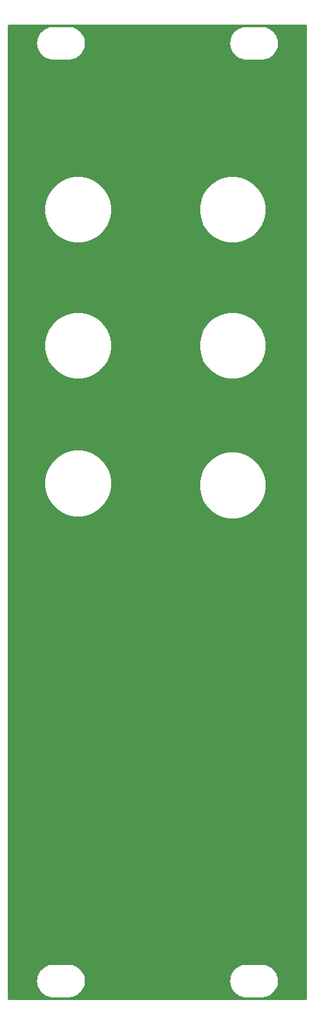
<source format=gbr>
G04 #@! TF.GenerationSoftware,KiCad,Pcbnew,(5.1.5-0)*
G04 #@! TF.CreationDate,2021-01-11T19:09:39-08:00*
G04 #@! TF.ProjectId,icbina,69636269-6e61-42e6-9b69-6361645f7063,rev?*
G04 #@! TF.SameCoordinates,Original*
G04 #@! TF.FileFunction,Copper,L1,Top*
G04 #@! TF.FilePolarity,Positive*
%FSLAX46Y46*%
G04 Gerber Fmt 4.6, Leading zero omitted, Abs format (unit mm)*
G04 Created by KiCad (PCBNEW (5.1.5-0)) date 2021-01-11 19:09:39*
%MOMM*%
%LPD*%
G04 APERTURE LIST*
%ADD10C,6.100000*%
%ADD11C,0.254000*%
G04 APERTURE END LIST*
D10*
X135000000Y-127750000D03*
X125000000Y-127750000D03*
X115000000Y-127750000D03*
X105000000Y-127750000D03*
X105000000Y-112250000D03*
X115000000Y-112250000D03*
X135000000Y-112250000D03*
X125000000Y-112250000D03*
D11*
G36*
X139640001Y-157840000D02*
G01*
X100660000Y-157840000D01*
X100660000Y-155451353D01*
X104242755Y-155451353D01*
X104243173Y-155511171D01*
X104242755Y-155570988D01*
X104243655Y-155580160D01*
X104276296Y-155890715D01*
X104288320Y-155949291D01*
X104299532Y-156008070D01*
X104302196Y-156016892D01*
X104394535Y-156315192D01*
X104417715Y-156370335D01*
X104440124Y-156425800D01*
X104444451Y-156433937D01*
X104592972Y-156708621D01*
X104626417Y-156758205D01*
X104659177Y-156808268D01*
X104665001Y-156815409D01*
X104864047Y-157056013D01*
X104906482Y-157098154D01*
X104948346Y-157140903D01*
X104955446Y-157146777D01*
X105197435Y-157344138D01*
X105247259Y-157377241D01*
X105296615Y-157411036D01*
X105304721Y-157415419D01*
X105580435Y-157562019D01*
X105635704Y-157584799D01*
X105690724Y-157608381D01*
X105699527Y-157611105D01*
X105998465Y-157701359D01*
X106057138Y-157712976D01*
X106115655Y-157725415D01*
X106124820Y-157726378D01*
X106435594Y-157756850D01*
X106435598Y-157756850D01*
X106467581Y-157760000D01*
X108532419Y-157760000D01*
X108565986Y-157756694D01*
X108586744Y-157756694D01*
X108595909Y-157755731D01*
X108906228Y-157720923D01*
X108964731Y-157708487D01*
X109023419Y-157696867D01*
X109032222Y-157694142D01*
X109329870Y-157599723D01*
X109384792Y-157576183D01*
X109440159Y-157553363D01*
X109448265Y-157548979D01*
X109721904Y-157398544D01*
X109771217Y-157364779D01*
X109821088Y-157331645D01*
X109828188Y-157325770D01*
X110067397Y-157125049D01*
X110109241Y-157082320D01*
X110151694Y-157040162D01*
X110157519Y-157033020D01*
X110353185Y-156789660D01*
X110385938Y-156739608D01*
X110419391Y-156690013D01*
X110423714Y-156681881D01*
X110423717Y-156681877D01*
X110423719Y-156681873D01*
X110568388Y-156405146D01*
X110590785Y-156349711D01*
X110613978Y-156294539D01*
X110616641Y-156285717D01*
X110704807Y-155986156D01*
X110716007Y-155927440D01*
X110728045Y-155868798D01*
X110728944Y-155859627D01*
X110757245Y-155548647D01*
X110756827Y-155488829D01*
X110757088Y-155451353D01*
X129542755Y-155451353D01*
X129543173Y-155511171D01*
X129542755Y-155570988D01*
X129543655Y-155580160D01*
X129576296Y-155890715D01*
X129588320Y-155949291D01*
X129599532Y-156008070D01*
X129602196Y-156016892D01*
X129694535Y-156315192D01*
X129717715Y-156370335D01*
X129740124Y-156425800D01*
X129744451Y-156433937D01*
X129892972Y-156708621D01*
X129926417Y-156758205D01*
X129959177Y-156808268D01*
X129965001Y-156815409D01*
X130164047Y-157056013D01*
X130206482Y-157098154D01*
X130248346Y-157140903D01*
X130255446Y-157146777D01*
X130497435Y-157344138D01*
X130547259Y-157377241D01*
X130596615Y-157411036D01*
X130604721Y-157415419D01*
X130880435Y-157562019D01*
X130935704Y-157584799D01*
X130990724Y-157608381D01*
X130999527Y-157611105D01*
X131298465Y-157701359D01*
X131357138Y-157712976D01*
X131415655Y-157725415D01*
X131424820Y-157726378D01*
X131735594Y-157756850D01*
X131735598Y-157756850D01*
X131767581Y-157760000D01*
X133832419Y-157760000D01*
X133865986Y-157756694D01*
X133886744Y-157756694D01*
X133895909Y-157755731D01*
X134206228Y-157720923D01*
X134264731Y-157708487D01*
X134323419Y-157696867D01*
X134332222Y-157694142D01*
X134629870Y-157599723D01*
X134684792Y-157576183D01*
X134740159Y-157553363D01*
X134748265Y-157548979D01*
X135021904Y-157398544D01*
X135071217Y-157364779D01*
X135121088Y-157331645D01*
X135128188Y-157325770D01*
X135367397Y-157125049D01*
X135409241Y-157082320D01*
X135451694Y-157040162D01*
X135457519Y-157033020D01*
X135653185Y-156789660D01*
X135685938Y-156739608D01*
X135719391Y-156690013D01*
X135723714Y-156681881D01*
X135723717Y-156681877D01*
X135723719Y-156681873D01*
X135868388Y-156405146D01*
X135890785Y-156349711D01*
X135913978Y-156294539D01*
X135916641Y-156285717D01*
X136004807Y-155986156D01*
X136016007Y-155927440D01*
X136028045Y-155868798D01*
X136028944Y-155859627D01*
X136057245Y-155548647D01*
X136056827Y-155488829D01*
X136057245Y-155429012D01*
X136056345Y-155419841D01*
X136023704Y-155109285D01*
X136011680Y-155050709D01*
X136000468Y-154991930D01*
X135997804Y-154983108D01*
X135905465Y-154684808D01*
X135882280Y-154629653D01*
X135859876Y-154574200D01*
X135855549Y-154566064D01*
X135855549Y-154566063D01*
X135855546Y-154566059D01*
X135707028Y-154291379D01*
X135673583Y-154241795D01*
X135640823Y-154191732D01*
X135634999Y-154184591D01*
X135435954Y-153943987D01*
X135393535Y-153901863D01*
X135351655Y-153859097D01*
X135344554Y-153853223D01*
X135102565Y-153655862D01*
X135052741Y-153622759D01*
X135003385Y-153588964D01*
X134995279Y-153584581D01*
X134719566Y-153437981D01*
X134664269Y-153415189D01*
X134609275Y-153391619D01*
X134600472Y-153388895D01*
X134301535Y-153298641D01*
X134242862Y-153287024D01*
X134184345Y-153274585D01*
X134175180Y-153273622D01*
X133864405Y-153243150D01*
X133864402Y-153243150D01*
X133832419Y-153240000D01*
X131767581Y-153240000D01*
X131734014Y-153243306D01*
X131713256Y-153243306D01*
X131704091Y-153244269D01*
X131393771Y-153279077D01*
X131335298Y-153291506D01*
X131276581Y-153303132D01*
X131267778Y-153305858D01*
X130970130Y-153400277D01*
X130915147Y-153423843D01*
X130859841Y-153446638D01*
X130851735Y-153451021D01*
X130578095Y-153601456D01*
X130528748Y-153635245D01*
X130478913Y-153668355D01*
X130471812Y-153674229D01*
X130232603Y-153874951D01*
X130190759Y-153917681D01*
X130148305Y-153959839D01*
X130142481Y-153966980D01*
X129946814Y-154210340D01*
X129914055Y-154260400D01*
X129880609Y-154309986D01*
X129876283Y-154318123D01*
X129731612Y-154594854D01*
X129709215Y-154650289D01*
X129686022Y-154705461D01*
X129683359Y-154714283D01*
X129595193Y-155013844D01*
X129583993Y-155072560D01*
X129571955Y-155131202D01*
X129571056Y-155140373D01*
X129542755Y-155451353D01*
X110757088Y-155451353D01*
X110757245Y-155429012D01*
X110756345Y-155419841D01*
X110723704Y-155109285D01*
X110711680Y-155050709D01*
X110700468Y-154991930D01*
X110697804Y-154983108D01*
X110605465Y-154684808D01*
X110582280Y-154629653D01*
X110559876Y-154574200D01*
X110555549Y-154566064D01*
X110555549Y-154566063D01*
X110555546Y-154566059D01*
X110407028Y-154291379D01*
X110373583Y-154241795D01*
X110340823Y-154191732D01*
X110334999Y-154184591D01*
X110135954Y-153943987D01*
X110093535Y-153901863D01*
X110051655Y-153859097D01*
X110044554Y-153853223D01*
X109802565Y-153655862D01*
X109752741Y-153622759D01*
X109703385Y-153588964D01*
X109695279Y-153584581D01*
X109419566Y-153437981D01*
X109364269Y-153415189D01*
X109309275Y-153391619D01*
X109300472Y-153388895D01*
X109001535Y-153298641D01*
X108942862Y-153287024D01*
X108884345Y-153274585D01*
X108875180Y-153273622D01*
X108564405Y-153243150D01*
X108564402Y-153243150D01*
X108532419Y-153240000D01*
X106467581Y-153240000D01*
X106434014Y-153243306D01*
X106413256Y-153243306D01*
X106404091Y-153244269D01*
X106093771Y-153279077D01*
X106035298Y-153291506D01*
X105976581Y-153303132D01*
X105967778Y-153305858D01*
X105670130Y-153400277D01*
X105615147Y-153423843D01*
X105559841Y-153446638D01*
X105551735Y-153451021D01*
X105278095Y-153601456D01*
X105228748Y-153635245D01*
X105178913Y-153668355D01*
X105171812Y-153674229D01*
X104932603Y-153874951D01*
X104890759Y-153917681D01*
X104848305Y-153959839D01*
X104842481Y-153966980D01*
X104646814Y-154210340D01*
X104614055Y-154260400D01*
X104580609Y-154309986D01*
X104576283Y-154318123D01*
X104431612Y-154594854D01*
X104409215Y-154650289D01*
X104386022Y-154705461D01*
X104383359Y-154714283D01*
X104295193Y-155013844D01*
X104283993Y-155072560D01*
X104271955Y-155131202D01*
X104271056Y-155140373D01*
X104242755Y-155451353D01*
X100660000Y-155451353D01*
X100660000Y-90065784D01*
X105341332Y-90065784D01*
X105341332Y-90934216D01*
X105510754Y-91785961D01*
X105843089Y-92588288D01*
X106325564Y-93310362D01*
X106939638Y-93924436D01*
X107661712Y-94406911D01*
X108464039Y-94739246D01*
X109315784Y-94908668D01*
X110184216Y-94908668D01*
X111035961Y-94739246D01*
X111838288Y-94406911D01*
X112560362Y-93924436D01*
X113174436Y-93310362D01*
X113656911Y-92588288D01*
X113989246Y-91785961D01*
X114158668Y-90934216D01*
X114158668Y-90315784D01*
X125591332Y-90315784D01*
X125591332Y-91184216D01*
X125760754Y-92035961D01*
X126093089Y-92838288D01*
X126575564Y-93560362D01*
X127189638Y-94174436D01*
X127911712Y-94656911D01*
X128714039Y-94989246D01*
X129565784Y-95158668D01*
X130434216Y-95158668D01*
X131285961Y-94989246D01*
X132088288Y-94656911D01*
X132810362Y-94174436D01*
X133424436Y-93560362D01*
X133906911Y-92838288D01*
X134239246Y-92035961D01*
X134408668Y-91184216D01*
X134408668Y-90315784D01*
X134239246Y-89464039D01*
X133906911Y-88661712D01*
X133424436Y-87939638D01*
X132810362Y-87325564D01*
X132088288Y-86843089D01*
X131285961Y-86510754D01*
X130434216Y-86341332D01*
X129565784Y-86341332D01*
X128714039Y-86510754D01*
X127911712Y-86843089D01*
X127189638Y-87325564D01*
X126575564Y-87939638D01*
X126093089Y-88661712D01*
X125760754Y-89464039D01*
X125591332Y-90315784D01*
X114158668Y-90315784D01*
X114158668Y-90065784D01*
X113989246Y-89214039D01*
X113656911Y-88411712D01*
X113174436Y-87689638D01*
X112560362Y-87075564D01*
X111838288Y-86593089D01*
X111035961Y-86260754D01*
X110184216Y-86091332D01*
X109315784Y-86091332D01*
X108464039Y-86260754D01*
X107661712Y-86593089D01*
X106939638Y-87075564D01*
X106325564Y-87689638D01*
X105843089Y-88411712D01*
X105510754Y-89214039D01*
X105341332Y-90065784D01*
X100660000Y-90065784D01*
X100660000Y-72065784D01*
X105341332Y-72065784D01*
X105341332Y-72934216D01*
X105510754Y-73785961D01*
X105843089Y-74588288D01*
X106325564Y-75310362D01*
X106939638Y-75924436D01*
X107661712Y-76406911D01*
X108464039Y-76739246D01*
X109315784Y-76908668D01*
X110184216Y-76908668D01*
X111035961Y-76739246D01*
X111838288Y-76406911D01*
X112560362Y-75924436D01*
X113174436Y-75310362D01*
X113656911Y-74588288D01*
X113989246Y-73785961D01*
X114158668Y-72934216D01*
X114158668Y-72065784D01*
X125591332Y-72065784D01*
X125591332Y-72934216D01*
X125760754Y-73785961D01*
X126093089Y-74588288D01*
X126575564Y-75310362D01*
X127189638Y-75924436D01*
X127911712Y-76406911D01*
X128714039Y-76739246D01*
X129565784Y-76908668D01*
X130434216Y-76908668D01*
X131285961Y-76739246D01*
X132088288Y-76406911D01*
X132810362Y-75924436D01*
X133424436Y-75310362D01*
X133906911Y-74588288D01*
X134239246Y-73785961D01*
X134408668Y-72934216D01*
X134408668Y-72065784D01*
X134239246Y-71214039D01*
X133906911Y-70411712D01*
X133424436Y-69689638D01*
X132810362Y-69075564D01*
X132088288Y-68593089D01*
X131285961Y-68260754D01*
X130434216Y-68091332D01*
X129565784Y-68091332D01*
X128714039Y-68260754D01*
X127911712Y-68593089D01*
X127189638Y-69075564D01*
X126575564Y-69689638D01*
X126093089Y-70411712D01*
X125760754Y-71214039D01*
X125591332Y-72065784D01*
X114158668Y-72065784D01*
X113989246Y-71214039D01*
X113656911Y-70411712D01*
X113174436Y-69689638D01*
X112560362Y-69075564D01*
X111838288Y-68593089D01*
X111035961Y-68260754D01*
X110184216Y-68091332D01*
X109315784Y-68091332D01*
X108464039Y-68260754D01*
X107661712Y-68593089D01*
X106939638Y-69075564D01*
X106325564Y-69689638D01*
X105843089Y-70411712D01*
X105510754Y-71214039D01*
X105341332Y-72065784D01*
X100660000Y-72065784D01*
X100660000Y-54315784D01*
X105341332Y-54315784D01*
X105341332Y-55184216D01*
X105510754Y-56035961D01*
X105843089Y-56838288D01*
X106325564Y-57560362D01*
X106939638Y-58174436D01*
X107661712Y-58656911D01*
X108464039Y-58989246D01*
X109315784Y-59158668D01*
X110184216Y-59158668D01*
X111035961Y-58989246D01*
X111838288Y-58656911D01*
X112560362Y-58174436D01*
X113174436Y-57560362D01*
X113656911Y-56838288D01*
X113989246Y-56035961D01*
X114158668Y-55184216D01*
X114158668Y-54315784D01*
X125591332Y-54315784D01*
X125591332Y-55184216D01*
X125760754Y-56035961D01*
X126093089Y-56838288D01*
X126575564Y-57560362D01*
X127189638Y-58174436D01*
X127911712Y-58656911D01*
X128714039Y-58989246D01*
X129565784Y-59158668D01*
X130434216Y-59158668D01*
X131285961Y-58989246D01*
X132088288Y-58656911D01*
X132810362Y-58174436D01*
X133424436Y-57560362D01*
X133906911Y-56838288D01*
X134239246Y-56035961D01*
X134408668Y-55184216D01*
X134408668Y-54315784D01*
X134239246Y-53464039D01*
X133906911Y-52661712D01*
X133424436Y-51939638D01*
X132810362Y-51325564D01*
X132088288Y-50843089D01*
X131285961Y-50510754D01*
X130434216Y-50341332D01*
X129565784Y-50341332D01*
X128714039Y-50510754D01*
X127911712Y-50843089D01*
X127189638Y-51325564D01*
X126575564Y-51939638D01*
X126093089Y-52661712D01*
X125760754Y-53464039D01*
X125591332Y-54315784D01*
X114158668Y-54315784D01*
X113989246Y-53464039D01*
X113656911Y-52661712D01*
X113174436Y-51939638D01*
X112560362Y-51325564D01*
X111838288Y-50843089D01*
X111035961Y-50510754D01*
X110184216Y-50341332D01*
X109315784Y-50341332D01*
X108464039Y-50510754D01*
X107661712Y-50843089D01*
X106939638Y-51325564D01*
X106325564Y-51939638D01*
X105843089Y-52661712D01*
X105510754Y-53464039D01*
X105341332Y-54315784D01*
X100660000Y-54315784D01*
X100660000Y-32951353D01*
X104242755Y-32951353D01*
X104243173Y-33011171D01*
X104242755Y-33070988D01*
X104243655Y-33080160D01*
X104276296Y-33390715D01*
X104288320Y-33449291D01*
X104299532Y-33508070D01*
X104302196Y-33516892D01*
X104394535Y-33815192D01*
X104417715Y-33870335D01*
X104440124Y-33925800D01*
X104444451Y-33933937D01*
X104592972Y-34208621D01*
X104626417Y-34258205D01*
X104659177Y-34308268D01*
X104665001Y-34315409D01*
X104864047Y-34556013D01*
X104906482Y-34598154D01*
X104948346Y-34640903D01*
X104955446Y-34646777D01*
X105197435Y-34844138D01*
X105247259Y-34877241D01*
X105296615Y-34911036D01*
X105304721Y-34915419D01*
X105580435Y-35062019D01*
X105635704Y-35084799D01*
X105690724Y-35108381D01*
X105699527Y-35111105D01*
X105998465Y-35201359D01*
X106057138Y-35212976D01*
X106115655Y-35225415D01*
X106124820Y-35226378D01*
X106435594Y-35256850D01*
X106435598Y-35256850D01*
X106467581Y-35260000D01*
X108532419Y-35260000D01*
X108565986Y-35256694D01*
X108586744Y-35256694D01*
X108595909Y-35255731D01*
X108906228Y-35220923D01*
X108964731Y-35208487D01*
X109023419Y-35196867D01*
X109032222Y-35194142D01*
X109329870Y-35099723D01*
X109384792Y-35076183D01*
X109440159Y-35053363D01*
X109448265Y-35048979D01*
X109721904Y-34898544D01*
X109771217Y-34864779D01*
X109821088Y-34831645D01*
X109828188Y-34825770D01*
X110067397Y-34625049D01*
X110109241Y-34582320D01*
X110151694Y-34540162D01*
X110157519Y-34533020D01*
X110353185Y-34289660D01*
X110385938Y-34239608D01*
X110419391Y-34190013D01*
X110423714Y-34181881D01*
X110423717Y-34181877D01*
X110423719Y-34181873D01*
X110568388Y-33905146D01*
X110590785Y-33849711D01*
X110613978Y-33794539D01*
X110616641Y-33785717D01*
X110704807Y-33486156D01*
X110716007Y-33427440D01*
X110728045Y-33368798D01*
X110728944Y-33359627D01*
X110757245Y-33048647D01*
X110756827Y-32988829D01*
X110757088Y-32951353D01*
X129542755Y-32951353D01*
X129543173Y-33011171D01*
X129542755Y-33070988D01*
X129543655Y-33080160D01*
X129576296Y-33390715D01*
X129588320Y-33449291D01*
X129599532Y-33508070D01*
X129602196Y-33516892D01*
X129694535Y-33815192D01*
X129717715Y-33870335D01*
X129740124Y-33925800D01*
X129744451Y-33933937D01*
X129892972Y-34208621D01*
X129926417Y-34258205D01*
X129959177Y-34308268D01*
X129965001Y-34315409D01*
X130164047Y-34556013D01*
X130206482Y-34598154D01*
X130248346Y-34640903D01*
X130255446Y-34646777D01*
X130497435Y-34844138D01*
X130547259Y-34877241D01*
X130596615Y-34911036D01*
X130604721Y-34915419D01*
X130880435Y-35062019D01*
X130935704Y-35084799D01*
X130990724Y-35108381D01*
X130999527Y-35111105D01*
X131298465Y-35201359D01*
X131357138Y-35212976D01*
X131415655Y-35225415D01*
X131424820Y-35226378D01*
X131735594Y-35256850D01*
X131735598Y-35256850D01*
X131767581Y-35260000D01*
X133832419Y-35260000D01*
X133865986Y-35256694D01*
X133886744Y-35256694D01*
X133895909Y-35255731D01*
X134206228Y-35220923D01*
X134264731Y-35208487D01*
X134323419Y-35196867D01*
X134332222Y-35194142D01*
X134629870Y-35099723D01*
X134684792Y-35076183D01*
X134740159Y-35053363D01*
X134748265Y-35048979D01*
X135021904Y-34898544D01*
X135071217Y-34864779D01*
X135121088Y-34831645D01*
X135128188Y-34825770D01*
X135367397Y-34625049D01*
X135409241Y-34582320D01*
X135451694Y-34540162D01*
X135457519Y-34533020D01*
X135653185Y-34289660D01*
X135685938Y-34239608D01*
X135719391Y-34190013D01*
X135723714Y-34181881D01*
X135723717Y-34181877D01*
X135723719Y-34181873D01*
X135868388Y-33905146D01*
X135890785Y-33849711D01*
X135913978Y-33794539D01*
X135916641Y-33785717D01*
X136004807Y-33486156D01*
X136016007Y-33427440D01*
X136028045Y-33368798D01*
X136028944Y-33359627D01*
X136057245Y-33048647D01*
X136056827Y-32988830D01*
X136057245Y-32929012D01*
X136056345Y-32919841D01*
X136023704Y-32609285D01*
X136011680Y-32550709D01*
X136000468Y-32491930D01*
X135997804Y-32483108D01*
X135905465Y-32184808D01*
X135882280Y-32129653D01*
X135859876Y-32074200D01*
X135855549Y-32066064D01*
X135855549Y-32066063D01*
X135855546Y-32066059D01*
X135707028Y-31791379D01*
X135673583Y-31741795D01*
X135640823Y-31691732D01*
X135634999Y-31684591D01*
X135435954Y-31443987D01*
X135393535Y-31401863D01*
X135351655Y-31359097D01*
X135344554Y-31353223D01*
X135102565Y-31155862D01*
X135052741Y-31122759D01*
X135003385Y-31088964D01*
X134995279Y-31084581D01*
X134719566Y-30937981D01*
X134664269Y-30915189D01*
X134609275Y-30891619D01*
X134600472Y-30888895D01*
X134301535Y-30798641D01*
X134242862Y-30787024D01*
X134184345Y-30774585D01*
X134175180Y-30773622D01*
X133864405Y-30743150D01*
X133864402Y-30743150D01*
X133832419Y-30740000D01*
X131767581Y-30740000D01*
X131734014Y-30743306D01*
X131713256Y-30743306D01*
X131704091Y-30744269D01*
X131393771Y-30779077D01*
X131335298Y-30791506D01*
X131276581Y-30803132D01*
X131267778Y-30805858D01*
X130970130Y-30900277D01*
X130915147Y-30923843D01*
X130859841Y-30946638D01*
X130851735Y-30951021D01*
X130578095Y-31101456D01*
X130528748Y-31135245D01*
X130478913Y-31168355D01*
X130471812Y-31174229D01*
X130232603Y-31374951D01*
X130190759Y-31417681D01*
X130148305Y-31459839D01*
X130142481Y-31466980D01*
X129946814Y-31710340D01*
X129914055Y-31760400D01*
X129880609Y-31809986D01*
X129876283Y-31818123D01*
X129731612Y-32094854D01*
X129709215Y-32150289D01*
X129686022Y-32205461D01*
X129683359Y-32214283D01*
X129595193Y-32513844D01*
X129583993Y-32572560D01*
X129571955Y-32631202D01*
X129571056Y-32640373D01*
X129542755Y-32951353D01*
X110757088Y-32951353D01*
X110757245Y-32929012D01*
X110756345Y-32919841D01*
X110723704Y-32609285D01*
X110711680Y-32550709D01*
X110700468Y-32491930D01*
X110697804Y-32483108D01*
X110605465Y-32184808D01*
X110582280Y-32129653D01*
X110559876Y-32074200D01*
X110555549Y-32066064D01*
X110555549Y-32066063D01*
X110555546Y-32066059D01*
X110407028Y-31791379D01*
X110373583Y-31741795D01*
X110340823Y-31691732D01*
X110334999Y-31684591D01*
X110135954Y-31443987D01*
X110093535Y-31401863D01*
X110051655Y-31359097D01*
X110044554Y-31353223D01*
X109802565Y-31155862D01*
X109752741Y-31122759D01*
X109703385Y-31088964D01*
X109695279Y-31084581D01*
X109419566Y-30937981D01*
X109364269Y-30915189D01*
X109309275Y-30891619D01*
X109300472Y-30888895D01*
X109001535Y-30798641D01*
X108942862Y-30787024D01*
X108884345Y-30774585D01*
X108875180Y-30773622D01*
X108564405Y-30743150D01*
X108564402Y-30743150D01*
X108532419Y-30740000D01*
X106467581Y-30740000D01*
X106434014Y-30743306D01*
X106413256Y-30743306D01*
X106404091Y-30744269D01*
X106093771Y-30779077D01*
X106035298Y-30791506D01*
X105976581Y-30803132D01*
X105967778Y-30805858D01*
X105670130Y-30900277D01*
X105615147Y-30923843D01*
X105559841Y-30946638D01*
X105551735Y-30951021D01*
X105278095Y-31101456D01*
X105228748Y-31135245D01*
X105178913Y-31168355D01*
X105171812Y-31174229D01*
X104932603Y-31374951D01*
X104890759Y-31417681D01*
X104848305Y-31459839D01*
X104842481Y-31466980D01*
X104646814Y-31710340D01*
X104614055Y-31760400D01*
X104580609Y-31809986D01*
X104576283Y-31818123D01*
X104431612Y-32094854D01*
X104409215Y-32150289D01*
X104386022Y-32205461D01*
X104383359Y-32214283D01*
X104295193Y-32513844D01*
X104283993Y-32572560D01*
X104271955Y-32631202D01*
X104271056Y-32640373D01*
X104242755Y-32951353D01*
X100660000Y-32951353D01*
X100660000Y-30660000D01*
X139640000Y-30660000D01*
X139640001Y-157840000D01*
G37*
X139640001Y-157840000D02*
X100660000Y-157840000D01*
X100660000Y-155451353D01*
X104242755Y-155451353D01*
X104243173Y-155511171D01*
X104242755Y-155570988D01*
X104243655Y-155580160D01*
X104276296Y-155890715D01*
X104288320Y-155949291D01*
X104299532Y-156008070D01*
X104302196Y-156016892D01*
X104394535Y-156315192D01*
X104417715Y-156370335D01*
X104440124Y-156425800D01*
X104444451Y-156433937D01*
X104592972Y-156708621D01*
X104626417Y-156758205D01*
X104659177Y-156808268D01*
X104665001Y-156815409D01*
X104864047Y-157056013D01*
X104906482Y-157098154D01*
X104948346Y-157140903D01*
X104955446Y-157146777D01*
X105197435Y-157344138D01*
X105247259Y-157377241D01*
X105296615Y-157411036D01*
X105304721Y-157415419D01*
X105580435Y-157562019D01*
X105635704Y-157584799D01*
X105690724Y-157608381D01*
X105699527Y-157611105D01*
X105998465Y-157701359D01*
X106057138Y-157712976D01*
X106115655Y-157725415D01*
X106124820Y-157726378D01*
X106435594Y-157756850D01*
X106435598Y-157756850D01*
X106467581Y-157760000D01*
X108532419Y-157760000D01*
X108565986Y-157756694D01*
X108586744Y-157756694D01*
X108595909Y-157755731D01*
X108906228Y-157720923D01*
X108964731Y-157708487D01*
X109023419Y-157696867D01*
X109032222Y-157694142D01*
X109329870Y-157599723D01*
X109384792Y-157576183D01*
X109440159Y-157553363D01*
X109448265Y-157548979D01*
X109721904Y-157398544D01*
X109771217Y-157364779D01*
X109821088Y-157331645D01*
X109828188Y-157325770D01*
X110067397Y-157125049D01*
X110109241Y-157082320D01*
X110151694Y-157040162D01*
X110157519Y-157033020D01*
X110353185Y-156789660D01*
X110385938Y-156739608D01*
X110419391Y-156690013D01*
X110423714Y-156681881D01*
X110423717Y-156681877D01*
X110423719Y-156681873D01*
X110568388Y-156405146D01*
X110590785Y-156349711D01*
X110613978Y-156294539D01*
X110616641Y-156285717D01*
X110704807Y-155986156D01*
X110716007Y-155927440D01*
X110728045Y-155868798D01*
X110728944Y-155859627D01*
X110757245Y-155548647D01*
X110756827Y-155488829D01*
X110757088Y-155451353D01*
X129542755Y-155451353D01*
X129543173Y-155511171D01*
X129542755Y-155570988D01*
X129543655Y-155580160D01*
X129576296Y-155890715D01*
X129588320Y-155949291D01*
X129599532Y-156008070D01*
X129602196Y-156016892D01*
X129694535Y-156315192D01*
X129717715Y-156370335D01*
X129740124Y-156425800D01*
X129744451Y-156433937D01*
X129892972Y-156708621D01*
X129926417Y-156758205D01*
X129959177Y-156808268D01*
X129965001Y-156815409D01*
X130164047Y-157056013D01*
X130206482Y-157098154D01*
X130248346Y-157140903D01*
X130255446Y-157146777D01*
X130497435Y-157344138D01*
X130547259Y-157377241D01*
X130596615Y-157411036D01*
X130604721Y-157415419D01*
X130880435Y-157562019D01*
X130935704Y-157584799D01*
X130990724Y-157608381D01*
X130999527Y-157611105D01*
X131298465Y-157701359D01*
X131357138Y-157712976D01*
X131415655Y-157725415D01*
X131424820Y-157726378D01*
X131735594Y-157756850D01*
X131735598Y-157756850D01*
X131767581Y-157760000D01*
X133832419Y-157760000D01*
X133865986Y-157756694D01*
X133886744Y-157756694D01*
X133895909Y-157755731D01*
X134206228Y-157720923D01*
X134264731Y-157708487D01*
X134323419Y-157696867D01*
X134332222Y-157694142D01*
X134629870Y-157599723D01*
X134684792Y-157576183D01*
X134740159Y-157553363D01*
X134748265Y-157548979D01*
X135021904Y-157398544D01*
X135071217Y-157364779D01*
X135121088Y-157331645D01*
X135128188Y-157325770D01*
X135367397Y-157125049D01*
X135409241Y-157082320D01*
X135451694Y-157040162D01*
X135457519Y-157033020D01*
X135653185Y-156789660D01*
X135685938Y-156739608D01*
X135719391Y-156690013D01*
X135723714Y-156681881D01*
X135723717Y-156681877D01*
X135723719Y-156681873D01*
X135868388Y-156405146D01*
X135890785Y-156349711D01*
X135913978Y-156294539D01*
X135916641Y-156285717D01*
X136004807Y-155986156D01*
X136016007Y-155927440D01*
X136028045Y-155868798D01*
X136028944Y-155859627D01*
X136057245Y-155548647D01*
X136056827Y-155488829D01*
X136057245Y-155429012D01*
X136056345Y-155419841D01*
X136023704Y-155109285D01*
X136011680Y-155050709D01*
X136000468Y-154991930D01*
X135997804Y-154983108D01*
X135905465Y-154684808D01*
X135882280Y-154629653D01*
X135859876Y-154574200D01*
X135855549Y-154566064D01*
X135855549Y-154566063D01*
X135855546Y-154566059D01*
X135707028Y-154291379D01*
X135673583Y-154241795D01*
X135640823Y-154191732D01*
X135634999Y-154184591D01*
X135435954Y-153943987D01*
X135393535Y-153901863D01*
X135351655Y-153859097D01*
X135344554Y-153853223D01*
X135102565Y-153655862D01*
X135052741Y-153622759D01*
X135003385Y-153588964D01*
X134995279Y-153584581D01*
X134719566Y-153437981D01*
X134664269Y-153415189D01*
X134609275Y-153391619D01*
X134600472Y-153388895D01*
X134301535Y-153298641D01*
X134242862Y-153287024D01*
X134184345Y-153274585D01*
X134175180Y-153273622D01*
X133864405Y-153243150D01*
X133864402Y-153243150D01*
X133832419Y-153240000D01*
X131767581Y-153240000D01*
X131734014Y-153243306D01*
X131713256Y-153243306D01*
X131704091Y-153244269D01*
X131393771Y-153279077D01*
X131335298Y-153291506D01*
X131276581Y-153303132D01*
X131267778Y-153305858D01*
X130970130Y-153400277D01*
X130915147Y-153423843D01*
X130859841Y-153446638D01*
X130851735Y-153451021D01*
X130578095Y-153601456D01*
X130528748Y-153635245D01*
X130478913Y-153668355D01*
X130471812Y-153674229D01*
X130232603Y-153874951D01*
X130190759Y-153917681D01*
X130148305Y-153959839D01*
X130142481Y-153966980D01*
X129946814Y-154210340D01*
X129914055Y-154260400D01*
X129880609Y-154309986D01*
X129876283Y-154318123D01*
X129731612Y-154594854D01*
X129709215Y-154650289D01*
X129686022Y-154705461D01*
X129683359Y-154714283D01*
X129595193Y-155013844D01*
X129583993Y-155072560D01*
X129571955Y-155131202D01*
X129571056Y-155140373D01*
X129542755Y-155451353D01*
X110757088Y-155451353D01*
X110757245Y-155429012D01*
X110756345Y-155419841D01*
X110723704Y-155109285D01*
X110711680Y-155050709D01*
X110700468Y-154991930D01*
X110697804Y-154983108D01*
X110605465Y-154684808D01*
X110582280Y-154629653D01*
X110559876Y-154574200D01*
X110555549Y-154566064D01*
X110555549Y-154566063D01*
X110555546Y-154566059D01*
X110407028Y-154291379D01*
X110373583Y-154241795D01*
X110340823Y-154191732D01*
X110334999Y-154184591D01*
X110135954Y-153943987D01*
X110093535Y-153901863D01*
X110051655Y-153859097D01*
X110044554Y-153853223D01*
X109802565Y-153655862D01*
X109752741Y-153622759D01*
X109703385Y-153588964D01*
X109695279Y-153584581D01*
X109419566Y-153437981D01*
X109364269Y-153415189D01*
X109309275Y-153391619D01*
X109300472Y-153388895D01*
X109001535Y-153298641D01*
X108942862Y-153287024D01*
X108884345Y-153274585D01*
X108875180Y-153273622D01*
X108564405Y-153243150D01*
X108564402Y-153243150D01*
X108532419Y-153240000D01*
X106467581Y-153240000D01*
X106434014Y-153243306D01*
X106413256Y-153243306D01*
X106404091Y-153244269D01*
X106093771Y-153279077D01*
X106035298Y-153291506D01*
X105976581Y-153303132D01*
X105967778Y-153305858D01*
X105670130Y-153400277D01*
X105615147Y-153423843D01*
X105559841Y-153446638D01*
X105551735Y-153451021D01*
X105278095Y-153601456D01*
X105228748Y-153635245D01*
X105178913Y-153668355D01*
X105171812Y-153674229D01*
X104932603Y-153874951D01*
X104890759Y-153917681D01*
X104848305Y-153959839D01*
X104842481Y-153966980D01*
X104646814Y-154210340D01*
X104614055Y-154260400D01*
X104580609Y-154309986D01*
X104576283Y-154318123D01*
X104431612Y-154594854D01*
X104409215Y-154650289D01*
X104386022Y-154705461D01*
X104383359Y-154714283D01*
X104295193Y-155013844D01*
X104283993Y-155072560D01*
X104271955Y-155131202D01*
X104271056Y-155140373D01*
X104242755Y-155451353D01*
X100660000Y-155451353D01*
X100660000Y-90065784D01*
X105341332Y-90065784D01*
X105341332Y-90934216D01*
X105510754Y-91785961D01*
X105843089Y-92588288D01*
X106325564Y-93310362D01*
X106939638Y-93924436D01*
X107661712Y-94406911D01*
X108464039Y-94739246D01*
X109315784Y-94908668D01*
X110184216Y-94908668D01*
X111035961Y-94739246D01*
X111838288Y-94406911D01*
X112560362Y-93924436D01*
X113174436Y-93310362D01*
X113656911Y-92588288D01*
X113989246Y-91785961D01*
X114158668Y-90934216D01*
X114158668Y-90315784D01*
X125591332Y-90315784D01*
X125591332Y-91184216D01*
X125760754Y-92035961D01*
X126093089Y-92838288D01*
X126575564Y-93560362D01*
X127189638Y-94174436D01*
X127911712Y-94656911D01*
X128714039Y-94989246D01*
X129565784Y-95158668D01*
X130434216Y-95158668D01*
X131285961Y-94989246D01*
X132088288Y-94656911D01*
X132810362Y-94174436D01*
X133424436Y-93560362D01*
X133906911Y-92838288D01*
X134239246Y-92035961D01*
X134408668Y-91184216D01*
X134408668Y-90315784D01*
X134239246Y-89464039D01*
X133906911Y-88661712D01*
X133424436Y-87939638D01*
X132810362Y-87325564D01*
X132088288Y-86843089D01*
X131285961Y-86510754D01*
X130434216Y-86341332D01*
X129565784Y-86341332D01*
X128714039Y-86510754D01*
X127911712Y-86843089D01*
X127189638Y-87325564D01*
X126575564Y-87939638D01*
X126093089Y-88661712D01*
X125760754Y-89464039D01*
X125591332Y-90315784D01*
X114158668Y-90315784D01*
X114158668Y-90065784D01*
X113989246Y-89214039D01*
X113656911Y-88411712D01*
X113174436Y-87689638D01*
X112560362Y-87075564D01*
X111838288Y-86593089D01*
X111035961Y-86260754D01*
X110184216Y-86091332D01*
X109315784Y-86091332D01*
X108464039Y-86260754D01*
X107661712Y-86593089D01*
X106939638Y-87075564D01*
X106325564Y-87689638D01*
X105843089Y-88411712D01*
X105510754Y-89214039D01*
X105341332Y-90065784D01*
X100660000Y-90065784D01*
X100660000Y-72065784D01*
X105341332Y-72065784D01*
X105341332Y-72934216D01*
X105510754Y-73785961D01*
X105843089Y-74588288D01*
X106325564Y-75310362D01*
X106939638Y-75924436D01*
X107661712Y-76406911D01*
X108464039Y-76739246D01*
X109315784Y-76908668D01*
X110184216Y-76908668D01*
X111035961Y-76739246D01*
X111838288Y-76406911D01*
X112560362Y-75924436D01*
X113174436Y-75310362D01*
X113656911Y-74588288D01*
X113989246Y-73785961D01*
X114158668Y-72934216D01*
X114158668Y-72065784D01*
X125591332Y-72065784D01*
X125591332Y-72934216D01*
X125760754Y-73785961D01*
X126093089Y-74588288D01*
X126575564Y-75310362D01*
X127189638Y-75924436D01*
X127911712Y-76406911D01*
X128714039Y-76739246D01*
X129565784Y-76908668D01*
X130434216Y-76908668D01*
X131285961Y-76739246D01*
X132088288Y-76406911D01*
X132810362Y-75924436D01*
X133424436Y-75310362D01*
X133906911Y-74588288D01*
X134239246Y-73785961D01*
X134408668Y-72934216D01*
X134408668Y-72065784D01*
X134239246Y-71214039D01*
X133906911Y-70411712D01*
X133424436Y-69689638D01*
X132810362Y-69075564D01*
X132088288Y-68593089D01*
X131285961Y-68260754D01*
X130434216Y-68091332D01*
X129565784Y-68091332D01*
X128714039Y-68260754D01*
X127911712Y-68593089D01*
X127189638Y-69075564D01*
X126575564Y-69689638D01*
X126093089Y-70411712D01*
X125760754Y-71214039D01*
X125591332Y-72065784D01*
X114158668Y-72065784D01*
X113989246Y-71214039D01*
X113656911Y-70411712D01*
X113174436Y-69689638D01*
X112560362Y-69075564D01*
X111838288Y-68593089D01*
X111035961Y-68260754D01*
X110184216Y-68091332D01*
X109315784Y-68091332D01*
X108464039Y-68260754D01*
X107661712Y-68593089D01*
X106939638Y-69075564D01*
X106325564Y-69689638D01*
X105843089Y-70411712D01*
X105510754Y-71214039D01*
X105341332Y-72065784D01*
X100660000Y-72065784D01*
X100660000Y-54315784D01*
X105341332Y-54315784D01*
X105341332Y-55184216D01*
X105510754Y-56035961D01*
X105843089Y-56838288D01*
X106325564Y-57560362D01*
X106939638Y-58174436D01*
X107661712Y-58656911D01*
X108464039Y-58989246D01*
X109315784Y-59158668D01*
X110184216Y-59158668D01*
X111035961Y-58989246D01*
X111838288Y-58656911D01*
X112560362Y-58174436D01*
X113174436Y-57560362D01*
X113656911Y-56838288D01*
X113989246Y-56035961D01*
X114158668Y-55184216D01*
X114158668Y-54315784D01*
X125591332Y-54315784D01*
X125591332Y-55184216D01*
X125760754Y-56035961D01*
X126093089Y-56838288D01*
X126575564Y-57560362D01*
X127189638Y-58174436D01*
X127911712Y-58656911D01*
X128714039Y-58989246D01*
X129565784Y-59158668D01*
X130434216Y-59158668D01*
X131285961Y-58989246D01*
X132088288Y-58656911D01*
X132810362Y-58174436D01*
X133424436Y-57560362D01*
X133906911Y-56838288D01*
X134239246Y-56035961D01*
X134408668Y-55184216D01*
X134408668Y-54315784D01*
X134239246Y-53464039D01*
X133906911Y-52661712D01*
X133424436Y-51939638D01*
X132810362Y-51325564D01*
X132088288Y-50843089D01*
X131285961Y-50510754D01*
X130434216Y-50341332D01*
X129565784Y-50341332D01*
X128714039Y-50510754D01*
X127911712Y-50843089D01*
X127189638Y-51325564D01*
X126575564Y-51939638D01*
X126093089Y-52661712D01*
X125760754Y-53464039D01*
X125591332Y-54315784D01*
X114158668Y-54315784D01*
X113989246Y-53464039D01*
X113656911Y-52661712D01*
X113174436Y-51939638D01*
X112560362Y-51325564D01*
X111838288Y-50843089D01*
X111035961Y-50510754D01*
X110184216Y-50341332D01*
X109315784Y-50341332D01*
X108464039Y-50510754D01*
X107661712Y-50843089D01*
X106939638Y-51325564D01*
X106325564Y-51939638D01*
X105843089Y-52661712D01*
X105510754Y-53464039D01*
X105341332Y-54315784D01*
X100660000Y-54315784D01*
X100660000Y-32951353D01*
X104242755Y-32951353D01*
X104243173Y-33011171D01*
X104242755Y-33070988D01*
X104243655Y-33080160D01*
X104276296Y-33390715D01*
X104288320Y-33449291D01*
X104299532Y-33508070D01*
X104302196Y-33516892D01*
X104394535Y-33815192D01*
X104417715Y-33870335D01*
X104440124Y-33925800D01*
X104444451Y-33933937D01*
X104592972Y-34208621D01*
X104626417Y-34258205D01*
X104659177Y-34308268D01*
X104665001Y-34315409D01*
X104864047Y-34556013D01*
X104906482Y-34598154D01*
X104948346Y-34640903D01*
X104955446Y-34646777D01*
X105197435Y-34844138D01*
X105247259Y-34877241D01*
X105296615Y-34911036D01*
X105304721Y-34915419D01*
X105580435Y-35062019D01*
X105635704Y-35084799D01*
X105690724Y-35108381D01*
X105699527Y-35111105D01*
X105998465Y-35201359D01*
X106057138Y-35212976D01*
X106115655Y-35225415D01*
X106124820Y-35226378D01*
X106435594Y-35256850D01*
X106435598Y-35256850D01*
X106467581Y-35260000D01*
X108532419Y-35260000D01*
X108565986Y-35256694D01*
X108586744Y-35256694D01*
X108595909Y-35255731D01*
X108906228Y-35220923D01*
X108964731Y-35208487D01*
X109023419Y-35196867D01*
X109032222Y-35194142D01*
X109329870Y-35099723D01*
X109384792Y-35076183D01*
X109440159Y-35053363D01*
X109448265Y-35048979D01*
X109721904Y-34898544D01*
X109771217Y-34864779D01*
X109821088Y-34831645D01*
X109828188Y-34825770D01*
X110067397Y-34625049D01*
X110109241Y-34582320D01*
X110151694Y-34540162D01*
X110157519Y-34533020D01*
X110353185Y-34289660D01*
X110385938Y-34239608D01*
X110419391Y-34190013D01*
X110423714Y-34181881D01*
X110423717Y-34181877D01*
X110423719Y-34181873D01*
X110568388Y-33905146D01*
X110590785Y-33849711D01*
X110613978Y-33794539D01*
X110616641Y-33785717D01*
X110704807Y-33486156D01*
X110716007Y-33427440D01*
X110728045Y-33368798D01*
X110728944Y-33359627D01*
X110757245Y-33048647D01*
X110756827Y-32988829D01*
X110757088Y-32951353D01*
X129542755Y-32951353D01*
X129543173Y-33011171D01*
X129542755Y-33070988D01*
X129543655Y-33080160D01*
X129576296Y-33390715D01*
X129588320Y-33449291D01*
X129599532Y-33508070D01*
X129602196Y-33516892D01*
X129694535Y-33815192D01*
X129717715Y-33870335D01*
X129740124Y-33925800D01*
X129744451Y-33933937D01*
X129892972Y-34208621D01*
X129926417Y-34258205D01*
X129959177Y-34308268D01*
X129965001Y-34315409D01*
X130164047Y-34556013D01*
X130206482Y-34598154D01*
X130248346Y-34640903D01*
X130255446Y-34646777D01*
X130497435Y-34844138D01*
X130547259Y-34877241D01*
X130596615Y-34911036D01*
X130604721Y-34915419D01*
X130880435Y-35062019D01*
X130935704Y-35084799D01*
X130990724Y-35108381D01*
X130999527Y-35111105D01*
X131298465Y-35201359D01*
X131357138Y-35212976D01*
X131415655Y-35225415D01*
X131424820Y-35226378D01*
X131735594Y-35256850D01*
X131735598Y-35256850D01*
X131767581Y-35260000D01*
X133832419Y-35260000D01*
X133865986Y-35256694D01*
X133886744Y-35256694D01*
X133895909Y-35255731D01*
X134206228Y-35220923D01*
X134264731Y-35208487D01*
X134323419Y-35196867D01*
X134332222Y-35194142D01*
X134629870Y-35099723D01*
X134684792Y-35076183D01*
X134740159Y-35053363D01*
X134748265Y-35048979D01*
X135021904Y-34898544D01*
X135071217Y-34864779D01*
X135121088Y-34831645D01*
X135128188Y-34825770D01*
X135367397Y-34625049D01*
X135409241Y-34582320D01*
X135451694Y-34540162D01*
X135457519Y-34533020D01*
X135653185Y-34289660D01*
X135685938Y-34239608D01*
X135719391Y-34190013D01*
X135723714Y-34181881D01*
X135723717Y-34181877D01*
X135723719Y-34181873D01*
X135868388Y-33905146D01*
X135890785Y-33849711D01*
X135913978Y-33794539D01*
X135916641Y-33785717D01*
X136004807Y-33486156D01*
X136016007Y-33427440D01*
X136028045Y-33368798D01*
X136028944Y-33359627D01*
X136057245Y-33048647D01*
X136056827Y-32988830D01*
X136057245Y-32929012D01*
X136056345Y-32919841D01*
X136023704Y-32609285D01*
X136011680Y-32550709D01*
X136000468Y-32491930D01*
X135997804Y-32483108D01*
X135905465Y-32184808D01*
X135882280Y-32129653D01*
X135859876Y-32074200D01*
X135855549Y-32066064D01*
X135855549Y-32066063D01*
X135855546Y-32066059D01*
X135707028Y-31791379D01*
X135673583Y-31741795D01*
X135640823Y-31691732D01*
X135634999Y-31684591D01*
X135435954Y-31443987D01*
X135393535Y-31401863D01*
X135351655Y-31359097D01*
X135344554Y-31353223D01*
X135102565Y-31155862D01*
X135052741Y-31122759D01*
X135003385Y-31088964D01*
X134995279Y-31084581D01*
X134719566Y-30937981D01*
X134664269Y-30915189D01*
X134609275Y-30891619D01*
X134600472Y-30888895D01*
X134301535Y-30798641D01*
X134242862Y-30787024D01*
X134184345Y-30774585D01*
X134175180Y-30773622D01*
X133864405Y-30743150D01*
X133864402Y-30743150D01*
X133832419Y-30740000D01*
X131767581Y-30740000D01*
X131734014Y-30743306D01*
X131713256Y-30743306D01*
X131704091Y-30744269D01*
X131393771Y-30779077D01*
X131335298Y-30791506D01*
X131276581Y-30803132D01*
X131267778Y-30805858D01*
X130970130Y-30900277D01*
X130915147Y-30923843D01*
X130859841Y-30946638D01*
X130851735Y-30951021D01*
X130578095Y-31101456D01*
X130528748Y-31135245D01*
X130478913Y-31168355D01*
X130471812Y-31174229D01*
X130232603Y-31374951D01*
X130190759Y-31417681D01*
X130148305Y-31459839D01*
X130142481Y-31466980D01*
X129946814Y-31710340D01*
X129914055Y-31760400D01*
X129880609Y-31809986D01*
X129876283Y-31818123D01*
X129731612Y-32094854D01*
X129709215Y-32150289D01*
X129686022Y-32205461D01*
X129683359Y-32214283D01*
X129595193Y-32513844D01*
X129583993Y-32572560D01*
X129571955Y-32631202D01*
X129571056Y-32640373D01*
X129542755Y-32951353D01*
X110757088Y-32951353D01*
X110757245Y-32929012D01*
X110756345Y-32919841D01*
X110723704Y-32609285D01*
X110711680Y-32550709D01*
X110700468Y-32491930D01*
X110697804Y-32483108D01*
X110605465Y-32184808D01*
X110582280Y-32129653D01*
X110559876Y-32074200D01*
X110555549Y-32066064D01*
X110555549Y-32066063D01*
X110555546Y-32066059D01*
X110407028Y-31791379D01*
X110373583Y-31741795D01*
X110340823Y-31691732D01*
X110334999Y-31684591D01*
X110135954Y-31443987D01*
X110093535Y-31401863D01*
X110051655Y-31359097D01*
X110044554Y-31353223D01*
X109802565Y-31155862D01*
X109752741Y-31122759D01*
X109703385Y-31088964D01*
X109695279Y-31084581D01*
X109419566Y-30937981D01*
X109364269Y-30915189D01*
X109309275Y-30891619D01*
X109300472Y-30888895D01*
X109001535Y-30798641D01*
X108942862Y-30787024D01*
X108884345Y-30774585D01*
X108875180Y-30773622D01*
X108564405Y-30743150D01*
X108564402Y-30743150D01*
X108532419Y-30740000D01*
X106467581Y-30740000D01*
X106434014Y-30743306D01*
X106413256Y-30743306D01*
X106404091Y-30744269D01*
X106093771Y-30779077D01*
X106035298Y-30791506D01*
X105976581Y-30803132D01*
X105967778Y-30805858D01*
X105670130Y-30900277D01*
X105615147Y-30923843D01*
X105559841Y-30946638D01*
X105551735Y-30951021D01*
X105278095Y-31101456D01*
X105228748Y-31135245D01*
X105178913Y-31168355D01*
X105171812Y-31174229D01*
X104932603Y-31374951D01*
X104890759Y-31417681D01*
X104848305Y-31459839D01*
X104842481Y-31466980D01*
X104646814Y-31710340D01*
X104614055Y-31760400D01*
X104580609Y-31809986D01*
X104576283Y-31818123D01*
X104431612Y-32094854D01*
X104409215Y-32150289D01*
X104386022Y-32205461D01*
X104383359Y-32214283D01*
X104295193Y-32513844D01*
X104283993Y-32572560D01*
X104271955Y-32631202D01*
X104271056Y-32640373D01*
X104242755Y-32951353D01*
X100660000Y-32951353D01*
X100660000Y-30660000D01*
X139640000Y-30660000D01*
X139640001Y-157840000D01*
M02*

</source>
